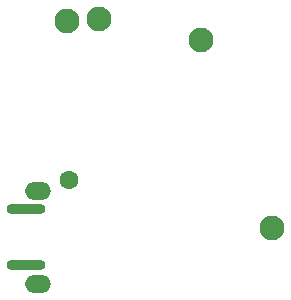
<source format=gbs>
G04 #@! TF.GenerationSoftware,KiCad,Pcbnew,(6.0.11)*
G04 #@! TF.CreationDate,2023-05-05T12:53:29-03:00*
G04 #@! TF.ProjectId,HappyFeet,48617070-7946-4656-9574-2e6b69636164,V0.7*
G04 #@! TF.SameCoordinates,Original*
G04 #@! TF.FileFunction,Soldermask,Bot*
G04 #@! TF.FilePolarity,Negative*
%FSLAX46Y46*%
G04 Gerber Fmt 4.6, Leading zero omitted, Abs format (unit mm)*
G04 Created by KiCad (PCBNEW (6.0.11)) date 2023-05-05 12:53:29*
%MOMM*%
%LPD*%
G01*
G04 APERTURE LIST*
%ADD10O,3.301600X0.901600*%
%ADD11O,2.209800X1.498600*%
%ADD12C,2.101600*%
%ADD13C,1.601600*%
G04 APERTURE END LIST*
D10*
G04 #@! TO.C,J1*
X100500000Y-87295000D03*
X100500000Y-92045000D03*
D11*
X101468200Y-85720300D03*
X101468200Y-93619700D03*
G04 #@! TD*
D12*
G04 #@! TO.C,TP7*
X103970000Y-71331500D03*
G04 #@! TD*
G04 #@! TO.C,TP10*
X115270000Y-72951500D03*
G04 #@! TD*
G04 #@! TO.C,TP9*
X106612500Y-71209000D03*
G04 #@! TD*
G04 #@! TO.C,TP6*
X121317500Y-88879000D03*
G04 #@! TD*
D13*
G04 #@! TO.C,TP8*
X104105000Y-84831500D03*
G04 #@! TD*
M02*

</source>
